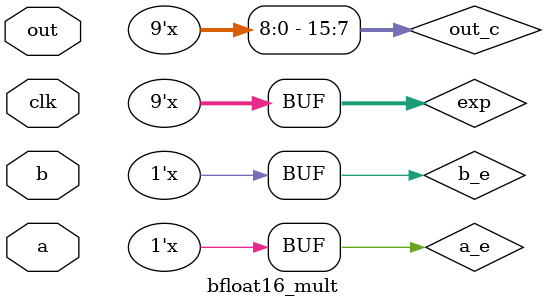
<source format=v>
module bfloat16_mult(clk, a, b, out);
  input clk;
  input [15:0] a;
  input [15:0] b;
  input [15:0] out;
  wire [15:0] out_c;
  wire [15:0] man_mult_out;
  wire [15:0] man;
  reg [3:0] shift;
  wire [8:0] neg_shift;
  wire [8:0] exp;

  bfloat_man_mult m0(.a({2'b01, a_r[6:0]}), .b({2'b01, b_r[6:0]}), .out(man_mult_out));

  always @(man_mult_out) begin
    casez(man_mult_out)
      16'b1???????????????: shift = 4'd00;
      16'b01??????????????: shift = 4'd01;
      16'b001?????????????: shift = 4'd02;
      16'b0001????????????: shift = 4'd03;
      16'b00001???????????: shift = 4'd04;
      16'b000001??????????: shift = 4'd05;
      16'b0000001?????????: shift = 4'd06;
      16'b00000001????????: shift = 4'd07;
      16'b000000001???????: shift = 4'd08;
      16'b0000000001??????: shift = 4'd09;
      16'b00000000001?????: shift = 4'd10;
      16'b000000000001????: shift = 4'd11;
      16'b0000000000001???: shift = 4'd12;
      16'b00000000000001??: shift = 4'd13;
      16'b000000000000001?: shift = 4'd14;
      16'b0000000000000001: shift = 4'd15;
      default: shift = 4'd00;
    endcase
  end

  assign a_e = {1'b0, a_r[14:7]} + 9'b110000001; // -127
  assign b_e = {1'b0, b_r[14:7]} + 9'b110000001; // -127
  assign out_c[15] = a_r[15] ^ b_r[15];
  assign man = man_mult_out << shift;
  assign out_c[6:0] = man[14:8];
  assign neg_shift = ~({5'b00000, shift}) + 1;
  assign exp = a_e + b_e + 9'b010000000 + neg_shift;
  assign out_c[14:7] = exp[7:0];

  always @(posedge clk) begin
    a_r <= a;
    b_r <= b;
    out <= out_c;
  end
endmodule

</source>
